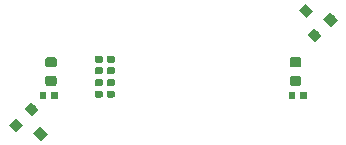
<source format=gbr>
G04 #@! TF.GenerationSoftware,KiCad,Pcbnew,(5.1.4)-1*
G04 #@! TF.CreationDate,2020-06-09T23:13:25-07:00*
G04 #@! TF.ProjectId,SkateLightLEDBoard,536b6174-654c-4696-9768-744c4544426f,rev?*
G04 #@! TF.SameCoordinates,Original*
G04 #@! TF.FileFunction,Paste,Top*
G04 #@! TF.FilePolarity,Positive*
%FSLAX46Y46*%
G04 Gerber Fmt 4.6, Leading zero omitted, Abs format (unit mm)*
G04 Created by KiCad (PCBNEW (5.1.4)-1) date 2020-06-09 23:13:25*
%MOMM*%
%LPD*%
G04 APERTURE LIST*
%ADD10C,0.800000*%
%ADD11C,0.100000*%
%ADD12C,0.590000*%
%ADD13C,0.875000*%
G04 APERTURE END LIST*
D10*
X-11230893Y-5279107D03*
D11*
G36*
X-11831934Y-5243752D02*
G01*
X-11266248Y-4678066D01*
X-10629852Y-5314462D01*
X-11195538Y-5880148D01*
X-11831934Y-5243752D01*
X-11831934Y-5243752D01*
G37*
D10*
X-13316858Y-4536645D03*
D11*
G36*
X-13917899Y-4501290D02*
G01*
X-13352213Y-3935604D01*
X-12715817Y-4572000D01*
X-13281503Y-5137686D01*
X-13917899Y-4501290D01*
X-13917899Y-4501290D01*
G37*
D10*
X-11973355Y-3193142D03*
D11*
G36*
X-12574396Y-3157787D02*
G01*
X-12008710Y-2592101D01*
X-11372314Y-3228497D01*
X-11938000Y-3794183D01*
X-12574396Y-3157787D01*
X-12574396Y-3157787D01*
G37*
D10*
X11230893Y5152107D03*
D11*
G36*
X11831934Y5116752D02*
G01*
X11266248Y4551066D01*
X10629852Y5187462D01*
X11195538Y5753148D01*
X11831934Y5116752D01*
X11831934Y5116752D01*
G37*
D10*
X13316858Y4409645D03*
D11*
G36*
X13917899Y4374290D02*
G01*
X13352213Y3808604D01*
X12715817Y4445000D01*
X13281503Y5010686D01*
X13917899Y4374290D01*
X13917899Y4374290D01*
G37*
D10*
X11973355Y3066142D03*
D11*
G36*
X12574396Y3030787D02*
G01*
X12008710Y2465101D01*
X11372314Y3101497D01*
X11938000Y3667183D01*
X12574396Y3030787D01*
X12574396Y3030787D01*
G37*
G36*
X-5093702Y352850D02*
G01*
X-5079384Y350726D01*
X-5065343Y347209D01*
X-5051714Y342332D01*
X-5038629Y336143D01*
X-5026213Y328702D01*
X-5014587Y320079D01*
X-5003862Y310358D01*
X-4994141Y299633D01*
X-4985518Y288007D01*
X-4978077Y275591D01*
X-4971888Y262506D01*
X-4967011Y248877D01*
X-4963494Y234836D01*
X-4961370Y220518D01*
X-4960660Y206060D01*
X-4960660Y-88940D01*
X-4961370Y-103398D01*
X-4963494Y-117716D01*
X-4967011Y-131757D01*
X-4971888Y-145386D01*
X-4978077Y-158471D01*
X-4985518Y-170887D01*
X-4994141Y-182513D01*
X-5003862Y-193238D01*
X-5014587Y-202959D01*
X-5026213Y-211582D01*
X-5038629Y-219023D01*
X-5051714Y-225212D01*
X-5065343Y-230089D01*
X-5079384Y-233606D01*
X-5093702Y-235730D01*
X-5108160Y-236440D01*
X-5453160Y-236440D01*
X-5467618Y-235730D01*
X-5481936Y-233606D01*
X-5495977Y-230089D01*
X-5509606Y-225212D01*
X-5522691Y-219023D01*
X-5535107Y-211582D01*
X-5546733Y-202959D01*
X-5557458Y-193238D01*
X-5567179Y-182513D01*
X-5575802Y-170887D01*
X-5583243Y-158471D01*
X-5589432Y-145386D01*
X-5594309Y-131757D01*
X-5597826Y-117716D01*
X-5599950Y-103398D01*
X-5600660Y-88940D01*
X-5600660Y206060D01*
X-5599950Y220518D01*
X-5597826Y234836D01*
X-5594309Y248877D01*
X-5589432Y262506D01*
X-5583243Y275591D01*
X-5575802Y288007D01*
X-5567179Y299633D01*
X-5557458Y310358D01*
X-5546733Y320079D01*
X-5535107Y328702D01*
X-5522691Y336143D01*
X-5509606Y342332D01*
X-5495977Y347209D01*
X-5481936Y350726D01*
X-5467618Y352850D01*
X-5453160Y353560D01*
X-5108160Y353560D01*
X-5093702Y352850D01*
X-5093702Y352850D01*
G37*
D12*
X-5280660Y58560D03*
D11*
G36*
X-5093702Y1322850D02*
G01*
X-5079384Y1320726D01*
X-5065343Y1317209D01*
X-5051714Y1312332D01*
X-5038629Y1306143D01*
X-5026213Y1298702D01*
X-5014587Y1290079D01*
X-5003862Y1280358D01*
X-4994141Y1269633D01*
X-4985518Y1258007D01*
X-4978077Y1245591D01*
X-4971888Y1232506D01*
X-4967011Y1218877D01*
X-4963494Y1204836D01*
X-4961370Y1190518D01*
X-4960660Y1176060D01*
X-4960660Y881060D01*
X-4961370Y866602D01*
X-4963494Y852284D01*
X-4967011Y838243D01*
X-4971888Y824614D01*
X-4978077Y811529D01*
X-4985518Y799113D01*
X-4994141Y787487D01*
X-5003862Y776762D01*
X-5014587Y767041D01*
X-5026213Y758418D01*
X-5038629Y750977D01*
X-5051714Y744788D01*
X-5065343Y739911D01*
X-5079384Y736394D01*
X-5093702Y734270D01*
X-5108160Y733560D01*
X-5453160Y733560D01*
X-5467618Y734270D01*
X-5481936Y736394D01*
X-5495977Y739911D01*
X-5509606Y744788D01*
X-5522691Y750977D01*
X-5535107Y758418D01*
X-5546733Y767041D01*
X-5557458Y776762D01*
X-5567179Y787487D01*
X-5575802Y799113D01*
X-5583243Y811529D01*
X-5589432Y824614D01*
X-5594309Y838243D01*
X-5597826Y852284D01*
X-5599950Y866602D01*
X-5600660Y881060D01*
X-5600660Y1176060D01*
X-5599950Y1190518D01*
X-5597826Y1204836D01*
X-5594309Y1218877D01*
X-5589432Y1232506D01*
X-5583243Y1245591D01*
X-5575802Y1258007D01*
X-5567179Y1269633D01*
X-5557458Y1280358D01*
X-5546733Y1290079D01*
X-5535107Y1298702D01*
X-5522691Y1306143D01*
X-5509606Y1312332D01*
X-5495977Y1317209D01*
X-5481936Y1320726D01*
X-5467618Y1322850D01*
X-5453160Y1323560D01*
X-5108160Y1323560D01*
X-5093702Y1322850D01*
X-5093702Y1322850D01*
G37*
D12*
X-5280660Y1028560D03*
D11*
G36*
X-6109702Y1322850D02*
G01*
X-6095384Y1320726D01*
X-6081343Y1317209D01*
X-6067714Y1312332D01*
X-6054629Y1306143D01*
X-6042213Y1298702D01*
X-6030587Y1290079D01*
X-6019862Y1280358D01*
X-6010141Y1269633D01*
X-6001518Y1258007D01*
X-5994077Y1245591D01*
X-5987888Y1232506D01*
X-5983011Y1218877D01*
X-5979494Y1204836D01*
X-5977370Y1190518D01*
X-5976660Y1176060D01*
X-5976660Y881060D01*
X-5977370Y866602D01*
X-5979494Y852284D01*
X-5983011Y838243D01*
X-5987888Y824614D01*
X-5994077Y811529D01*
X-6001518Y799113D01*
X-6010141Y787487D01*
X-6019862Y776762D01*
X-6030587Y767041D01*
X-6042213Y758418D01*
X-6054629Y750977D01*
X-6067714Y744788D01*
X-6081343Y739911D01*
X-6095384Y736394D01*
X-6109702Y734270D01*
X-6124160Y733560D01*
X-6469160Y733560D01*
X-6483618Y734270D01*
X-6497936Y736394D01*
X-6511977Y739911D01*
X-6525606Y744788D01*
X-6538691Y750977D01*
X-6551107Y758418D01*
X-6562733Y767041D01*
X-6573458Y776762D01*
X-6583179Y787487D01*
X-6591802Y799113D01*
X-6599243Y811529D01*
X-6605432Y824614D01*
X-6610309Y838243D01*
X-6613826Y852284D01*
X-6615950Y866602D01*
X-6616660Y881060D01*
X-6616660Y1176060D01*
X-6615950Y1190518D01*
X-6613826Y1204836D01*
X-6610309Y1218877D01*
X-6605432Y1232506D01*
X-6599243Y1245591D01*
X-6591802Y1258007D01*
X-6583179Y1269633D01*
X-6573458Y1280358D01*
X-6562733Y1290079D01*
X-6551107Y1298702D01*
X-6538691Y1306143D01*
X-6525606Y1312332D01*
X-6511977Y1317209D01*
X-6497936Y1320726D01*
X-6483618Y1322850D01*
X-6469160Y1323560D01*
X-6124160Y1323560D01*
X-6109702Y1322850D01*
X-6109702Y1322850D01*
G37*
D12*
X-6296660Y1028560D03*
D11*
G36*
X-6109702Y352850D02*
G01*
X-6095384Y350726D01*
X-6081343Y347209D01*
X-6067714Y342332D01*
X-6054629Y336143D01*
X-6042213Y328702D01*
X-6030587Y320079D01*
X-6019862Y310358D01*
X-6010141Y299633D01*
X-6001518Y288007D01*
X-5994077Y275591D01*
X-5987888Y262506D01*
X-5983011Y248877D01*
X-5979494Y234836D01*
X-5977370Y220518D01*
X-5976660Y206060D01*
X-5976660Y-88940D01*
X-5977370Y-103398D01*
X-5979494Y-117716D01*
X-5983011Y-131757D01*
X-5987888Y-145386D01*
X-5994077Y-158471D01*
X-6001518Y-170887D01*
X-6010141Y-182513D01*
X-6019862Y-193238D01*
X-6030587Y-202959D01*
X-6042213Y-211582D01*
X-6054629Y-219023D01*
X-6067714Y-225212D01*
X-6081343Y-230089D01*
X-6095384Y-233606D01*
X-6109702Y-235730D01*
X-6124160Y-236440D01*
X-6469160Y-236440D01*
X-6483618Y-235730D01*
X-6497936Y-233606D01*
X-6511977Y-230089D01*
X-6525606Y-225212D01*
X-6538691Y-219023D01*
X-6551107Y-211582D01*
X-6562733Y-202959D01*
X-6573458Y-193238D01*
X-6583179Y-182513D01*
X-6591802Y-170887D01*
X-6599243Y-158471D01*
X-6605432Y-145386D01*
X-6610309Y-131757D01*
X-6613826Y-117716D01*
X-6615950Y-103398D01*
X-6616660Y-88940D01*
X-6616660Y206060D01*
X-6615950Y220518D01*
X-6613826Y234836D01*
X-6610309Y248877D01*
X-6605432Y262506D01*
X-6599243Y275591D01*
X-6591802Y288007D01*
X-6583179Y299633D01*
X-6573458Y310358D01*
X-6562733Y320079D01*
X-6551107Y328702D01*
X-6538691Y336143D01*
X-6525606Y342332D01*
X-6511977Y347209D01*
X-6497936Y350726D01*
X-6483618Y352850D01*
X-6469160Y353560D01*
X-6124160Y353560D01*
X-6109702Y352850D01*
X-6109702Y352850D01*
G37*
D12*
X-6296660Y58560D03*
D11*
G36*
X-10072809Y-351053D02*
G01*
X-10051574Y-354203D01*
X-10030750Y-359419D01*
X-10010538Y-366651D01*
X-9991132Y-375830D01*
X-9972719Y-386866D01*
X-9955476Y-399654D01*
X-9939570Y-414070D01*
X-9925154Y-429976D01*
X-9912366Y-447219D01*
X-9901330Y-465632D01*
X-9892151Y-485038D01*
X-9884919Y-505250D01*
X-9879703Y-526074D01*
X-9876553Y-547309D01*
X-9875500Y-568750D01*
X-9875500Y-1006250D01*
X-9876553Y-1027691D01*
X-9879703Y-1048926D01*
X-9884919Y-1069750D01*
X-9892151Y-1089962D01*
X-9901330Y-1109368D01*
X-9912366Y-1127781D01*
X-9925154Y-1145024D01*
X-9939570Y-1160930D01*
X-9955476Y-1175346D01*
X-9972719Y-1188134D01*
X-9991132Y-1199170D01*
X-10010538Y-1208349D01*
X-10030750Y-1215581D01*
X-10051574Y-1220797D01*
X-10072809Y-1223947D01*
X-10094250Y-1225000D01*
X-10606750Y-1225000D01*
X-10628191Y-1223947D01*
X-10649426Y-1220797D01*
X-10670250Y-1215581D01*
X-10690462Y-1208349D01*
X-10709868Y-1199170D01*
X-10728281Y-1188134D01*
X-10745524Y-1175346D01*
X-10761430Y-1160930D01*
X-10775846Y-1145024D01*
X-10788634Y-1127781D01*
X-10799670Y-1109368D01*
X-10808849Y-1089962D01*
X-10816081Y-1069750D01*
X-10821297Y-1048926D01*
X-10824447Y-1027691D01*
X-10825500Y-1006250D01*
X-10825500Y-568750D01*
X-10824447Y-547309D01*
X-10821297Y-526074D01*
X-10816081Y-505250D01*
X-10808849Y-485038D01*
X-10799670Y-465632D01*
X-10788634Y-447219D01*
X-10775846Y-429976D01*
X-10761430Y-414070D01*
X-10745524Y-399654D01*
X-10728281Y-386866D01*
X-10709868Y-375830D01*
X-10690462Y-366651D01*
X-10670250Y-359419D01*
X-10649426Y-354203D01*
X-10628191Y-351053D01*
X-10606750Y-350000D01*
X-10094250Y-350000D01*
X-10072809Y-351053D01*
X-10072809Y-351053D01*
G37*
D13*
X-10350500Y-787500D03*
D11*
G36*
X-10072809Y1223947D02*
G01*
X-10051574Y1220797D01*
X-10030750Y1215581D01*
X-10010538Y1208349D01*
X-9991132Y1199170D01*
X-9972719Y1188134D01*
X-9955476Y1175346D01*
X-9939570Y1160930D01*
X-9925154Y1145024D01*
X-9912366Y1127781D01*
X-9901330Y1109368D01*
X-9892151Y1089962D01*
X-9884919Y1069750D01*
X-9879703Y1048926D01*
X-9876553Y1027691D01*
X-9875500Y1006250D01*
X-9875500Y568750D01*
X-9876553Y547309D01*
X-9879703Y526074D01*
X-9884919Y505250D01*
X-9892151Y485038D01*
X-9901330Y465632D01*
X-9912366Y447219D01*
X-9925154Y429976D01*
X-9939570Y414070D01*
X-9955476Y399654D01*
X-9972719Y386866D01*
X-9991132Y375830D01*
X-10010538Y366651D01*
X-10030750Y359419D01*
X-10051574Y354203D01*
X-10072809Y351053D01*
X-10094250Y350000D01*
X-10606750Y350000D01*
X-10628191Y351053D01*
X-10649426Y354203D01*
X-10670250Y359419D01*
X-10690462Y366651D01*
X-10709868Y375830D01*
X-10728281Y386866D01*
X-10745524Y399654D01*
X-10761430Y414070D01*
X-10775846Y429976D01*
X-10788634Y447219D01*
X-10799670Y465632D01*
X-10808849Y485038D01*
X-10816081Y505250D01*
X-10821297Y526074D01*
X-10824447Y547309D01*
X-10825500Y568750D01*
X-10825500Y1006250D01*
X-10824447Y1027691D01*
X-10821297Y1048926D01*
X-10816081Y1069750D01*
X-10808849Y1089962D01*
X-10799670Y1109368D01*
X-10788634Y1127781D01*
X-10775846Y1145024D01*
X-10761430Y1160930D01*
X-10745524Y1175346D01*
X-10728281Y1188134D01*
X-10709868Y1199170D01*
X-10690462Y1208349D01*
X-10670250Y1215581D01*
X-10649426Y1220797D01*
X-10628191Y1223947D01*
X-10606750Y1225000D01*
X-10094250Y1225000D01*
X-10072809Y1223947D01*
X-10072809Y1223947D01*
G37*
D13*
X-10350500Y787500D03*
D11*
G36*
X10628191Y1223947D02*
G01*
X10649426Y1220797D01*
X10670250Y1215581D01*
X10690462Y1208349D01*
X10709868Y1199170D01*
X10728281Y1188134D01*
X10745524Y1175346D01*
X10761430Y1160930D01*
X10775846Y1145024D01*
X10788634Y1127781D01*
X10799670Y1109368D01*
X10808849Y1089962D01*
X10816081Y1069750D01*
X10821297Y1048926D01*
X10824447Y1027691D01*
X10825500Y1006250D01*
X10825500Y568750D01*
X10824447Y547309D01*
X10821297Y526074D01*
X10816081Y505250D01*
X10808849Y485038D01*
X10799670Y465632D01*
X10788634Y447219D01*
X10775846Y429976D01*
X10761430Y414070D01*
X10745524Y399654D01*
X10728281Y386866D01*
X10709868Y375830D01*
X10690462Y366651D01*
X10670250Y359419D01*
X10649426Y354203D01*
X10628191Y351053D01*
X10606750Y350000D01*
X10094250Y350000D01*
X10072809Y351053D01*
X10051574Y354203D01*
X10030750Y359419D01*
X10010538Y366651D01*
X9991132Y375830D01*
X9972719Y386866D01*
X9955476Y399654D01*
X9939570Y414070D01*
X9925154Y429976D01*
X9912366Y447219D01*
X9901330Y465632D01*
X9892151Y485038D01*
X9884919Y505250D01*
X9879703Y526074D01*
X9876553Y547309D01*
X9875500Y568750D01*
X9875500Y1006250D01*
X9876553Y1027691D01*
X9879703Y1048926D01*
X9884919Y1069750D01*
X9892151Y1089962D01*
X9901330Y1109368D01*
X9912366Y1127781D01*
X9925154Y1145024D01*
X9939570Y1160930D01*
X9955476Y1175346D01*
X9972719Y1188134D01*
X9991132Y1199170D01*
X10010538Y1208349D01*
X10030750Y1215581D01*
X10051574Y1220797D01*
X10072809Y1223947D01*
X10094250Y1225000D01*
X10606750Y1225000D01*
X10628191Y1223947D01*
X10628191Y1223947D01*
G37*
D13*
X10350500Y787500D03*
D11*
G36*
X10628191Y-351053D02*
G01*
X10649426Y-354203D01*
X10670250Y-359419D01*
X10690462Y-366651D01*
X10709868Y-375830D01*
X10728281Y-386866D01*
X10745524Y-399654D01*
X10761430Y-414070D01*
X10775846Y-429976D01*
X10788634Y-447219D01*
X10799670Y-465632D01*
X10808849Y-485038D01*
X10816081Y-505250D01*
X10821297Y-526074D01*
X10824447Y-547309D01*
X10825500Y-568750D01*
X10825500Y-1006250D01*
X10824447Y-1027691D01*
X10821297Y-1048926D01*
X10816081Y-1069750D01*
X10808849Y-1089962D01*
X10799670Y-1109368D01*
X10788634Y-1127781D01*
X10775846Y-1145024D01*
X10761430Y-1160930D01*
X10745524Y-1175346D01*
X10728281Y-1188134D01*
X10709868Y-1199170D01*
X10690462Y-1208349D01*
X10670250Y-1215581D01*
X10649426Y-1220797D01*
X10628191Y-1223947D01*
X10606750Y-1225000D01*
X10094250Y-1225000D01*
X10072809Y-1223947D01*
X10051574Y-1220797D01*
X10030750Y-1215581D01*
X10010538Y-1208349D01*
X9991132Y-1199170D01*
X9972719Y-1188134D01*
X9955476Y-1175346D01*
X9939570Y-1160930D01*
X9925154Y-1145024D01*
X9912366Y-1127781D01*
X9901330Y-1109368D01*
X9892151Y-1089962D01*
X9884919Y-1069750D01*
X9879703Y-1048926D01*
X9876553Y-1027691D01*
X9875500Y-1006250D01*
X9875500Y-568750D01*
X9876553Y-547309D01*
X9879703Y-526074D01*
X9884919Y-505250D01*
X9892151Y-485038D01*
X9901330Y-465632D01*
X9912366Y-447219D01*
X9925154Y-429976D01*
X9939570Y-414070D01*
X9955476Y-399654D01*
X9972719Y-386866D01*
X9991132Y-375830D01*
X10010538Y-366651D01*
X10030750Y-359419D01*
X10051574Y-354203D01*
X10072809Y-351053D01*
X10094250Y-350000D01*
X10606750Y-350000D01*
X10628191Y-351053D01*
X10628191Y-351053D01*
G37*
D13*
X10350500Y-787500D03*
D11*
G36*
X-10864042Y-1712710D02*
G01*
X-10849724Y-1714834D01*
X-10835683Y-1718351D01*
X-10822054Y-1723228D01*
X-10808969Y-1729417D01*
X-10796553Y-1736858D01*
X-10784927Y-1745481D01*
X-10774202Y-1755202D01*
X-10764481Y-1765927D01*
X-10755858Y-1777553D01*
X-10748417Y-1789969D01*
X-10742228Y-1803054D01*
X-10737351Y-1816683D01*
X-10733834Y-1830724D01*
X-10731710Y-1845042D01*
X-10731000Y-1859500D01*
X-10731000Y-2204500D01*
X-10731710Y-2218958D01*
X-10733834Y-2233276D01*
X-10737351Y-2247317D01*
X-10742228Y-2260946D01*
X-10748417Y-2274031D01*
X-10755858Y-2286447D01*
X-10764481Y-2298073D01*
X-10774202Y-2308798D01*
X-10784927Y-2318519D01*
X-10796553Y-2327142D01*
X-10808969Y-2334583D01*
X-10822054Y-2340772D01*
X-10835683Y-2345649D01*
X-10849724Y-2349166D01*
X-10864042Y-2351290D01*
X-10878500Y-2352000D01*
X-11173500Y-2352000D01*
X-11187958Y-2351290D01*
X-11202276Y-2349166D01*
X-11216317Y-2345649D01*
X-11229946Y-2340772D01*
X-11243031Y-2334583D01*
X-11255447Y-2327142D01*
X-11267073Y-2318519D01*
X-11277798Y-2308798D01*
X-11287519Y-2298073D01*
X-11296142Y-2286447D01*
X-11303583Y-2274031D01*
X-11309772Y-2260946D01*
X-11314649Y-2247317D01*
X-11318166Y-2233276D01*
X-11320290Y-2218958D01*
X-11321000Y-2204500D01*
X-11321000Y-1859500D01*
X-11320290Y-1845042D01*
X-11318166Y-1830724D01*
X-11314649Y-1816683D01*
X-11309772Y-1803054D01*
X-11303583Y-1789969D01*
X-11296142Y-1777553D01*
X-11287519Y-1765927D01*
X-11277798Y-1755202D01*
X-11267073Y-1745481D01*
X-11255447Y-1736858D01*
X-11243031Y-1729417D01*
X-11229946Y-1723228D01*
X-11216317Y-1718351D01*
X-11202276Y-1714834D01*
X-11187958Y-1712710D01*
X-11173500Y-1712000D01*
X-10878500Y-1712000D01*
X-10864042Y-1712710D01*
X-10864042Y-1712710D01*
G37*
D12*
X-11026000Y-2032000D03*
D11*
G36*
X-9894042Y-1712710D02*
G01*
X-9879724Y-1714834D01*
X-9865683Y-1718351D01*
X-9852054Y-1723228D01*
X-9838969Y-1729417D01*
X-9826553Y-1736858D01*
X-9814927Y-1745481D01*
X-9804202Y-1755202D01*
X-9794481Y-1765927D01*
X-9785858Y-1777553D01*
X-9778417Y-1789969D01*
X-9772228Y-1803054D01*
X-9767351Y-1816683D01*
X-9763834Y-1830724D01*
X-9761710Y-1845042D01*
X-9761000Y-1859500D01*
X-9761000Y-2204500D01*
X-9761710Y-2218958D01*
X-9763834Y-2233276D01*
X-9767351Y-2247317D01*
X-9772228Y-2260946D01*
X-9778417Y-2274031D01*
X-9785858Y-2286447D01*
X-9794481Y-2298073D01*
X-9804202Y-2308798D01*
X-9814927Y-2318519D01*
X-9826553Y-2327142D01*
X-9838969Y-2334583D01*
X-9852054Y-2340772D01*
X-9865683Y-2345649D01*
X-9879724Y-2349166D01*
X-9894042Y-2351290D01*
X-9908500Y-2352000D01*
X-10203500Y-2352000D01*
X-10217958Y-2351290D01*
X-10232276Y-2349166D01*
X-10246317Y-2345649D01*
X-10259946Y-2340772D01*
X-10273031Y-2334583D01*
X-10285447Y-2327142D01*
X-10297073Y-2318519D01*
X-10307798Y-2308798D01*
X-10317519Y-2298073D01*
X-10326142Y-2286447D01*
X-10333583Y-2274031D01*
X-10339772Y-2260946D01*
X-10344649Y-2247317D01*
X-10348166Y-2233276D01*
X-10350290Y-2218958D01*
X-10351000Y-2204500D01*
X-10351000Y-1859500D01*
X-10350290Y-1845042D01*
X-10348166Y-1830724D01*
X-10344649Y-1816683D01*
X-10339772Y-1803054D01*
X-10333583Y-1789969D01*
X-10326142Y-1777553D01*
X-10317519Y-1765927D01*
X-10307798Y-1755202D01*
X-10297073Y-1745481D01*
X-10285447Y-1736858D01*
X-10273031Y-1729417D01*
X-10259946Y-1723228D01*
X-10246317Y-1718351D01*
X-10232276Y-1714834D01*
X-10217958Y-1712710D01*
X-10203500Y-1712000D01*
X-9908500Y-1712000D01*
X-9894042Y-1712710D01*
X-9894042Y-1712710D01*
G37*
D12*
X-10056000Y-2032000D03*
D11*
G36*
X10217958Y-1712710D02*
G01*
X10232276Y-1714834D01*
X10246317Y-1718351D01*
X10259946Y-1723228D01*
X10273031Y-1729417D01*
X10285447Y-1736858D01*
X10297073Y-1745481D01*
X10307798Y-1755202D01*
X10317519Y-1765927D01*
X10326142Y-1777553D01*
X10333583Y-1789969D01*
X10339772Y-1803054D01*
X10344649Y-1816683D01*
X10348166Y-1830724D01*
X10350290Y-1845042D01*
X10351000Y-1859500D01*
X10351000Y-2204500D01*
X10350290Y-2218958D01*
X10348166Y-2233276D01*
X10344649Y-2247317D01*
X10339772Y-2260946D01*
X10333583Y-2274031D01*
X10326142Y-2286447D01*
X10317519Y-2298073D01*
X10307798Y-2308798D01*
X10297073Y-2318519D01*
X10285447Y-2327142D01*
X10273031Y-2334583D01*
X10259946Y-2340772D01*
X10246317Y-2345649D01*
X10232276Y-2349166D01*
X10217958Y-2351290D01*
X10203500Y-2352000D01*
X9908500Y-2352000D01*
X9894042Y-2351290D01*
X9879724Y-2349166D01*
X9865683Y-2345649D01*
X9852054Y-2340772D01*
X9838969Y-2334583D01*
X9826553Y-2327142D01*
X9814927Y-2318519D01*
X9804202Y-2308798D01*
X9794481Y-2298073D01*
X9785858Y-2286447D01*
X9778417Y-2274031D01*
X9772228Y-2260946D01*
X9767351Y-2247317D01*
X9763834Y-2233276D01*
X9761710Y-2218958D01*
X9761000Y-2204500D01*
X9761000Y-1859500D01*
X9761710Y-1845042D01*
X9763834Y-1830724D01*
X9767351Y-1816683D01*
X9772228Y-1803054D01*
X9778417Y-1789969D01*
X9785858Y-1777553D01*
X9794481Y-1765927D01*
X9804202Y-1755202D01*
X9814927Y-1745481D01*
X9826553Y-1736858D01*
X9838969Y-1729417D01*
X9852054Y-1723228D01*
X9865683Y-1718351D01*
X9879724Y-1714834D01*
X9894042Y-1712710D01*
X9908500Y-1712000D01*
X10203500Y-1712000D01*
X10217958Y-1712710D01*
X10217958Y-1712710D01*
G37*
D12*
X10056000Y-2032000D03*
D11*
G36*
X11187958Y-1712710D02*
G01*
X11202276Y-1714834D01*
X11216317Y-1718351D01*
X11229946Y-1723228D01*
X11243031Y-1729417D01*
X11255447Y-1736858D01*
X11267073Y-1745481D01*
X11277798Y-1755202D01*
X11287519Y-1765927D01*
X11296142Y-1777553D01*
X11303583Y-1789969D01*
X11309772Y-1803054D01*
X11314649Y-1816683D01*
X11318166Y-1830724D01*
X11320290Y-1845042D01*
X11321000Y-1859500D01*
X11321000Y-2204500D01*
X11320290Y-2218958D01*
X11318166Y-2233276D01*
X11314649Y-2247317D01*
X11309772Y-2260946D01*
X11303583Y-2274031D01*
X11296142Y-2286447D01*
X11287519Y-2298073D01*
X11277798Y-2308798D01*
X11267073Y-2318519D01*
X11255447Y-2327142D01*
X11243031Y-2334583D01*
X11229946Y-2340772D01*
X11216317Y-2345649D01*
X11202276Y-2349166D01*
X11187958Y-2351290D01*
X11173500Y-2352000D01*
X10878500Y-2352000D01*
X10864042Y-2351290D01*
X10849724Y-2349166D01*
X10835683Y-2345649D01*
X10822054Y-2340772D01*
X10808969Y-2334583D01*
X10796553Y-2327142D01*
X10784927Y-2318519D01*
X10774202Y-2308798D01*
X10764481Y-2298073D01*
X10755858Y-2286447D01*
X10748417Y-2274031D01*
X10742228Y-2260946D01*
X10737351Y-2247317D01*
X10733834Y-2233276D01*
X10731710Y-2218958D01*
X10731000Y-2204500D01*
X10731000Y-1859500D01*
X10731710Y-1845042D01*
X10733834Y-1830724D01*
X10737351Y-1816683D01*
X10742228Y-1803054D01*
X10748417Y-1789969D01*
X10755858Y-1777553D01*
X10764481Y-1765927D01*
X10774202Y-1755202D01*
X10784927Y-1745481D01*
X10796553Y-1736858D01*
X10808969Y-1729417D01*
X10822054Y-1723228D01*
X10835683Y-1718351D01*
X10849724Y-1714834D01*
X10864042Y-1712710D01*
X10878500Y-1712000D01*
X11173500Y-1712000D01*
X11187958Y-1712710D01*
X11187958Y-1712710D01*
G37*
D12*
X11026000Y-2032000D03*
D11*
G36*
X-5093702Y-1615650D02*
G01*
X-5079384Y-1617774D01*
X-5065343Y-1621291D01*
X-5051714Y-1626168D01*
X-5038629Y-1632357D01*
X-5026213Y-1639798D01*
X-5014587Y-1648421D01*
X-5003862Y-1658142D01*
X-4994141Y-1668867D01*
X-4985518Y-1680493D01*
X-4978077Y-1692909D01*
X-4971888Y-1705994D01*
X-4967011Y-1719623D01*
X-4963494Y-1733664D01*
X-4961370Y-1747982D01*
X-4960660Y-1762440D01*
X-4960660Y-2057440D01*
X-4961370Y-2071898D01*
X-4963494Y-2086216D01*
X-4967011Y-2100257D01*
X-4971888Y-2113886D01*
X-4978077Y-2126971D01*
X-4985518Y-2139387D01*
X-4994141Y-2151013D01*
X-5003862Y-2161738D01*
X-5014587Y-2171459D01*
X-5026213Y-2180082D01*
X-5038629Y-2187523D01*
X-5051714Y-2193712D01*
X-5065343Y-2198589D01*
X-5079384Y-2202106D01*
X-5093702Y-2204230D01*
X-5108160Y-2204940D01*
X-5453160Y-2204940D01*
X-5467618Y-2204230D01*
X-5481936Y-2202106D01*
X-5495977Y-2198589D01*
X-5509606Y-2193712D01*
X-5522691Y-2187523D01*
X-5535107Y-2180082D01*
X-5546733Y-2171459D01*
X-5557458Y-2161738D01*
X-5567179Y-2151013D01*
X-5575802Y-2139387D01*
X-5583243Y-2126971D01*
X-5589432Y-2113886D01*
X-5594309Y-2100257D01*
X-5597826Y-2086216D01*
X-5599950Y-2071898D01*
X-5600660Y-2057440D01*
X-5600660Y-1762440D01*
X-5599950Y-1747982D01*
X-5597826Y-1733664D01*
X-5594309Y-1719623D01*
X-5589432Y-1705994D01*
X-5583243Y-1692909D01*
X-5575802Y-1680493D01*
X-5567179Y-1668867D01*
X-5557458Y-1658142D01*
X-5546733Y-1648421D01*
X-5535107Y-1639798D01*
X-5522691Y-1632357D01*
X-5509606Y-1626168D01*
X-5495977Y-1621291D01*
X-5481936Y-1617774D01*
X-5467618Y-1615650D01*
X-5453160Y-1614940D01*
X-5108160Y-1614940D01*
X-5093702Y-1615650D01*
X-5093702Y-1615650D01*
G37*
D12*
X-5280660Y-1909940D03*
D11*
G36*
X-5093702Y-645650D02*
G01*
X-5079384Y-647774D01*
X-5065343Y-651291D01*
X-5051714Y-656168D01*
X-5038629Y-662357D01*
X-5026213Y-669798D01*
X-5014587Y-678421D01*
X-5003862Y-688142D01*
X-4994141Y-698867D01*
X-4985518Y-710493D01*
X-4978077Y-722909D01*
X-4971888Y-735994D01*
X-4967011Y-749623D01*
X-4963494Y-763664D01*
X-4961370Y-777982D01*
X-4960660Y-792440D01*
X-4960660Y-1087440D01*
X-4961370Y-1101898D01*
X-4963494Y-1116216D01*
X-4967011Y-1130257D01*
X-4971888Y-1143886D01*
X-4978077Y-1156971D01*
X-4985518Y-1169387D01*
X-4994141Y-1181013D01*
X-5003862Y-1191738D01*
X-5014587Y-1201459D01*
X-5026213Y-1210082D01*
X-5038629Y-1217523D01*
X-5051714Y-1223712D01*
X-5065343Y-1228589D01*
X-5079384Y-1232106D01*
X-5093702Y-1234230D01*
X-5108160Y-1234940D01*
X-5453160Y-1234940D01*
X-5467618Y-1234230D01*
X-5481936Y-1232106D01*
X-5495977Y-1228589D01*
X-5509606Y-1223712D01*
X-5522691Y-1217523D01*
X-5535107Y-1210082D01*
X-5546733Y-1201459D01*
X-5557458Y-1191738D01*
X-5567179Y-1181013D01*
X-5575802Y-1169387D01*
X-5583243Y-1156971D01*
X-5589432Y-1143886D01*
X-5594309Y-1130257D01*
X-5597826Y-1116216D01*
X-5599950Y-1101898D01*
X-5600660Y-1087440D01*
X-5600660Y-792440D01*
X-5599950Y-777982D01*
X-5597826Y-763664D01*
X-5594309Y-749623D01*
X-5589432Y-735994D01*
X-5583243Y-722909D01*
X-5575802Y-710493D01*
X-5567179Y-698867D01*
X-5557458Y-688142D01*
X-5546733Y-678421D01*
X-5535107Y-669798D01*
X-5522691Y-662357D01*
X-5509606Y-656168D01*
X-5495977Y-651291D01*
X-5481936Y-647774D01*
X-5467618Y-645650D01*
X-5453160Y-644940D01*
X-5108160Y-644940D01*
X-5093702Y-645650D01*
X-5093702Y-645650D01*
G37*
D12*
X-5280660Y-939940D03*
D11*
G36*
X-6109702Y-645650D02*
G01*
X-6095384Y-647774D01*
X-6081343Y-651291D01*
X-6067714Y-656168D01*
X-6054629Y-662357D01*
X-6042213Y-669798D01*
X-6030587Y-678421D01*
X-6019862Y-688142D01*
X-6010141Y-698867D01*
X-6001518Y-710493D01*
X-5994077Y-722909D01*
X-5987888Y-735994D01*
X-5983011Y-749623D01*
X-5979494Y-763664D01*
X-5977370Y-777982D01*
X-5976660Y-792440D01*
X-5976660Y-1087440D01*
X-5977370Y-1101898D01*
X-5979494Y-1116216D01*
X-5983011Y-1130257D01*
X-5987888Y-1143886D01*
X-5994077Y-1156971D01*
X-6001518Y-1169387D01*
X-6010141Y-1181013D01*
X-6019862Y-1191738D01*
X-6030587Y-1201459D01*
X-6042213Y-1210082D01*
X-6054629Y-1217523D01*
X-6067714Y-1223712D01*
X-6081343Y-1228589D01*
X-6095384Y-1232106D01*
X-6109702Y-1234230D01*
X-6124160Y-1234940D01*
X-6469160Y-1234940D01*
X-6483618Y-1234230D01*
X-6497936Y-1232106D01*
X-6511977Y-1228589D01*
X-6525606Y-1223712D01*
X-6538691Y-1217523D01*
X-6551107Y-1210082D01*
X-6562733Y-1201459D01*
X-6573458Y-1191738D01*
X-6583179Y-1181013D01*
X-6591802Y-1169387D01*
X-6599243Y-1156971D01*
X-6605432Y-1143886D01*
X-6610309Y-1130257D01*
X-6613826Y-1116216D01*
X-6615950Y-1101898D01*
X-6616660Y-1087440D01*
X-6616660Y-792440D01*
X-6615950Y-777982D01*
X-6613826Y-763664D01*
X-6610309Y-749623D01*
X-6605432Y-735994D01*
X-6599243Y-722909D01*
X-6591802Y-710493D01*
X-6583179Y-698867D01*
X-6573458Y-688142D01*
X-6562733Y-678421D01*
X-6551107Y-669798D01*
X-6538691Y-662357D01*
X-6525606Y-656168D01*
X-6511977Y-651291D01*
X-6497936Y-647774D01*
X-6483618Y-645650D01*
X-6469160Y-644940D01*
X-6124160Y-644940D01*
X-6109702Y-645650D01*
X-6109702Y-645650D01*
G37*
D12*
X-6296660Y-939940D03*
D11*
G36*
X-6109702Y-1615650D02*
G01*
X-6095384Y-1617774D01*
X-6081343Y-1621291D01*
X-6067714Y-1626168D01*
X-6054629Y-1632357D01*
X-6042213Y-1639798D01*
X-6030587Y-1648421D01*
X-6019862Y-1658142D01*
X-6010141Y-1668867D01*
X-6001518Y-1680493D01*
X-5994077Y-1692909D01*
X-5987888Y-1705994D01*
X-5983011Y-1719623D01*
X-5979494Y-1733664D01*
X-5977370Y-1747982D01*
X-5976660Y-1762440D01*
X-5976660Y-2057440D01*
X-5977370Y-2071898D01*
X-5979494Y-2086216D01*
X-5983011Y-2100257D01*
X-5987888Y-2113886D01*
X-5994077Y-2126971D01*
X-6001518Y-2139387D01*
X-6010141Y-2151013D01*
X-6019862Y-2161738D01*
X-6030587Y-2171459D01*
X-6042213Y-2180082D01*
X-6054629Y-2187523D01*
X-6067714Y-2193712D01*
X-6081343Y-2198589D01*
X-6095384Y-2202106D01*
X-6109702Y-2204230D01*
X-6124160Y-2204940D01*
X-6469160Y-2204940D01*
X-6483618Y-2204230D01*
X-6497936Y-2202106D01*
X-6511977Y-2198589D01*
X-6525606Y-2193712D01*
X-6538691Y-2187523D01*
X-6551107Y-2180082D01*
X-6562733Y-2171459D01*
X-6573458Y-2161738D01*
X-6583179Y-2151013D01*
X-6591802Y-2139387D01*
X-6599243Y-2126971D01*
X-6605432Y-2113886D01*
X-6610309Y-2100257D01*
X-6613826Y-2086216D01*
X-6615950Y-2071898D01*
X-6616660Y-2057440D01*
X-6616660Y-1762440D01*
X-6615950Y-1747982D01*
X-6613826Y-1733664D01*
X-6610309Y-1719623D01*
X-6605432Y-1705994D01*
X-6599243Y-1692909D01*
X-6591802Y-1680493D01*
X-6583179Y-1668867D01*
X-6573458Y-1658142D01*
X-6562733Y-1648421D01*
X-6551107Y-1639798D01*
X-6538691Y-1632357D01*
X-6525606Y-1626168D01*
X-6511977Y-1621291D01*
X-6497936Y-1617774D01*
X-6483618Y-1615650D01*
X-6469160Y-1614940D01*
X-6124160Y-1614940D01*
X-6109702Y-1615650D01*
X-6109702Y-1615650D01*
G37*
D12*
X-6296660Y-1909940D03*
M02*

</source>
